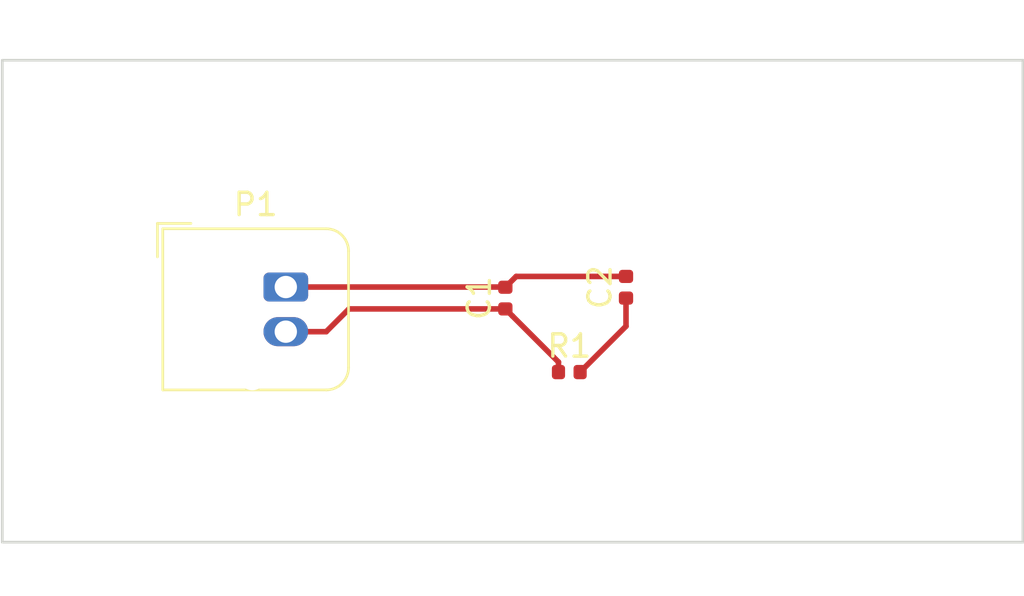
<source format=kicad_pcb>
(kicad_pcb (version 20211014) (generator pcbnew)
  (layers (0 "F.Cu" signal) (1 "In1.Cu" signal "GND.Cu") (2 "In2.Cu" signal "Signal1.Cu") (3 "In3.Cu" signal "Signal2.Cu") (4 "In4.Cu" signal "Power.Cu") (31 "B.Cu" signal) (34 "B.Paste" user) (35 "F.Paste" user) (36 "B.SilkS" user "B.Silkscreen") (37 "F.SilkS" user "F.Silkscreen") (38 "B.Mask" user) (39 "F.Mask" user) (44 "Edge.Cuts" user))
  (net 0 "")
  (net 1 "/Power/VCC")
  (net 2 "GND")
  (net 3 "Net-(C2-Pad1)")
  (footprint "Capacitor_SMD:C_0402_1005Metric" (layer "F.Cu") (at 164.775001 80.505001 90)
    (fp_text reference "C1" (at 0 -1.17 90) (layer "F.SilkS"))
    (fp_text value "C")
    (pad "1" smd roundrect locked (at -0.485 0 90) (size 0.59 0.64) (layers "F.Cu" "F.Paste" "F.Mask") (net 1 "/Power/VCC"))
    (pad "2" smd roundrect locked (at 0.485 0 90) (size 0.59 0.64) (layers "F.Cu" "F.Paste" "F.Mask") (net 2 "GND"))
  )
  (footprint "Capacitor_SMD:C_0402_1005Metric" (layer "F.Cu") (at 170.18 80.020001 90)
    (fp_text reference "C2" (at 0 -1.17 90) (layer "F.SilkS"))
    (fp_text value "C")
    (pad "1" smd roundrect locked (at -0.485 0 90) (size 0.59 0.64) (layers "F.Cu" "F.Paste" "F.Mask") (net 3 "Net-(C2-Pad1)"))
    (pad "2" smd roundrect locked (at 0.485 0 90) (size 0.59 0.64) (layers "F.Cu" "F.Paste" "F.Mask") (net 2 "GND"))
  )
  (footprint "Connector_JST:JST_JWPF_B02B-JWPF-SK-R_1x02_P2.00mm_Vertical" (layer "F.Cu") (at 154.94 80.01)
    (fp_text reference "P1" (at -1.35 -3.7) (layer "F.SilkS"))
    (fp_text value "CONN_01X02")
    (fp_line (start -5.75 -1.35) (end -5.75 -2.85) (layer "F.SilkS") (width 0.12))
    (fp_line (start 2.81 -1.61) (end 2.81 3.61) (layer "F.SilkS") (width 0.12))
    (fp_line (start 1.81 -2.61) (end -5.51 -2.61) (layer "F.SilkS") (width 0.12))
    (fp_line (start -5.51 4.61) (end 1.81 4.61) (layer "F.SilkS") (width 0.12))
    (fp_line (start -5.75 -2.85) (end -4.25 -2.85) (layer "F.SilkS") (width 0.12))
    (fp_line (start -5.51 -2.61) (end -5.51 4.61) (layer "F.SilkS") (width 0.12))
    (fp_arc (start 2.81 3.61) (mid 2.517107 4.317107) (end 1.81 4.61) (layer "F.SilkS") (width 0.12))
    (fp_arc (start 1.81 -2.61) (mid 2.517107 -2.317107) (end 2.81 -1.61) (layer "F.SilkS") (width 0.12))
    (pad "" np_thru_hole circle locked (at -1.5 4.05) (size 1.15 1.15) (drill 1.15) (layers *.Cu *.Mask))
    (pad "1" thru_hole roundrect locked (at 0 0) (size 2 1.3) (drill 1) (layers *.Cu *.Mask) (roundrect_rratio 0.192308) (net 2 "GND"))
    (pad "2" thru_hole oval locked (at 0 2) (size 2 1.3) (drill 1) (layers *.Cu *.Mask) (net 1 "/Power/VCC"))
  )
  (footprint "Resistor_SMD:R_0402_1005Metric" (layer "F.Cu") (at 167.64 83.82)
    (fp_text reference "R1" (at 0 -1.17) (layer "F.SilkS"))
    (fp_text value "R")
    (pad "1" smd roundrect locked (at -0.485 0) (size 0.59 0.64) (layers "F.Cu" "F.Paste" "F.Mask") (net 1 "/Power/VCC"))
    (pad "2" smd roundrect locked (at 0.485 0) (size 0.59 0.64) (layers "F.Cu" "F.Paste" "F.Mask") (net 3 "Net-(C2-Pad1)"))
  )
  (gr_line (start 187.96 91.44) (end 187.96 69.85) (layer "Edge.Cuts") (width 0.12))
  (gr_line (start 142.24 91.44) (end 187.96 91.44) (layer "Edge.Cuts") (width 0.12))
  (gr_line (start 142.24 69.85) (end 142.24 91.44) (layer "Edge.Cuts") (width 0.12))
  (gr_line (start 187.96 69.85) (end 142.24 69.85) (layer "Edge.Cuts") (width 0.12))
  (segment (start 157.769999 80.990001) (end 156.75 82.01) (width 0.25) (layer "F.Cu") (net 1))
  (segment (start 167.155 83.37) (end 165.1 81.315) (width 0.25) (layer "F.Cu") (net 1))
  (segment (start 156.75 82.01) (end 154.94 82.01) (width 0.25) (layer "F.Cu") (net 1))
  (segment (start 164.775001 80.990001) (end 157.769999 80.990001) (width 0.25) (layer "F.Cu") (net 1))
  (segment (start 167.155 83.82) (end 167.155 83.37) (width 0.25) (layer "F.Cu") (net 1))
  (segment (start 165.1 81.315) (end 164.775001 80.990001) (width 0.25) (layer "F.Cu") (net 1))
  (segment (start 164.765 80.01) (end 164.775001 80.020001) (width 0.25) (layer "F.Cu") (net 2))
  (segment (start 164.775001 80.020001) (end 165.260001 79.535001) (width 0.25) (layer "F.Cu") (net 2))
  (segment (start 165.260001 79.535001) (end 170.18 79.535001) (width 0.25) (layer "F.Cu") (net 2))
  (segment (start 154.94 80.01) (end 164.765 80.01) (width 0.25) (layer "F.Cu") (net 2))
  (segment (start 170.18 80.505001) (end 170.18 81.765) (width 0.25) (layer "F.Cu") (net 3))
  (segment (start 170.18 81.765) (end 168.125 83.82) (width 0.25) (layer "F.Cu") (net 3))
)
</source>
